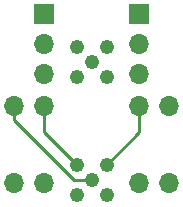
<source format=gbr>
%TF.GenerationSoftware,KiCad,Pcbnew,8.0.9-1.fc41*%
%TF.CreationDate,2025-03-19T11:34:26+02:00*%
%TF.ProjectId,FBK-3mm-Red,46424b2d-336d-46d2-9d52-65642e6b6963,rev?*%
%TF.SameCoordinates,Original*%
%TF.FileFunction,Copper,L2,Bot*%
%TF.FilePolarity,Positive*%
%FSLAX46Y46*%
G04 Gerber Fmt 4.6, Leading zero omitted, Abs format (unit mm)*
G04 Created by KiCad (PCBNEW 8.0.9-1.fc41) date 2025-03-19 11:34:26*
%MOMM*%
%LPD*%
G01*
G04 APERTURE LIST*
%TA.AperFunction,ComponentPad*%
%ADD10C,1.240000*%
%TD*%
%TA.AperFunction,ComponentPad*%
%ADD11R,1.700000X1.700000*%
%TD*%
%TA.AperFunction,ComponentPad*%
%ADD12O,1.700000X1.700000*%
%TD*%
%TA.AperFunction,Conductor*%
%ADD13C,0.250000*%
%TD*%
G04 APERTURE END LIST*
D10*
%TO.P,J-PWR-2,1,Pin_1*%
%TO.N,HV+*%
X150000000Y-105000000D03*
%TO.P,J-PWR-2,2,Pin_2*%
%TO.N,GND*%
X148730000Y-103730000D03*
X148730000Y-106270000D03*
X151270000Y-103730000D03*
X151270000Y-106270000D03*
%TD*%
D11*
%TO.P,J-SIG1,1,Pin_1*%
%TO.N,SIG*%
X154000000Y-91000000D03*
D12*
%TO.P,J-SIG1,2,Pin_2*%
%TO.N,unconnected-(J-SIG1-Pin_2-Pad2)*%
X154000000Y-93540000D03*
%TO.P,J-SIG1,3,Pin_3*%
%TO.N,GND*%
X154000000Y-96080000D03*
%TD*%
%TO.P,C1,1,+*%
%TO.N,Net-(C1-+)*%
X146000000Y-105270000D03*
%TO.P,C1,2,-*%
%TO.N,GND*%
X146000000Y-98730000D03*
%TD*%
%TO.P,R1,1,+*%
%TO.N,HV+*%
X143460000Y-98730000D03*
%TO.P,R1,2,-*%
%TO.N,Net-(C1-+)*%
X143460000Y-105270000D03*
%TD*%
D11*
%TO.P,J-PWR1,1,Pin_1*%
%TO.N,HV+*%
X146000000Y-91000000D03*
D12*
%TO.P,J-PWR1,2,Pin_2*%
%TO.N,unconnected-(J-PWR1-Pin_2-Pad2)*%
X146000000Y-93540000D03*
%TO.P,J-PWR1,3,Pin_3*%
%TO.N,GND*%
X146000000Y-96080000D03*
%TD*%
%TO.P,R2,1,+*%
%TO.N,Net-(C2-+)*%
X154000000Y-105270000D03*
%TO.P,R2,2,-*%
%TO.N,GND*%
X154000000Y-98730000D03*
%TD*%
D10*
%TO.P,J-SIG-2,1,Pin_1*%
%TO.N,SIG*%
X150000000Y-95000000D03*
%TO.P,J-SIG-2,2,Pin_2*%
%TO.N,GND*%
X148730000Y-93730000D03*
X148730000Y-96270000D03*
X151270000Y-93730000D03*
X151270000Y-96270000D03*
%TD*%
D12*
%TO.P,C2,1,+*%
%TO.N,Net-(C2-+)*%
X156540000Y-105270000D03*
%TO.P,C2,2,-*%
%TO.N,SIG*%
X156540000Y-98730000D03*
%TD*%
D13*
%TO.N,GND*%
X146000000Y-101000000D02*
X146000000Y-98730000D01*
X151270000Y-103730000D02*
X154000000Y-101000000D01*
X148730000Y-103730000D02*
X146000000Y-101000000D01*
X154000000Y-101000000D02*
X154000000Y-98730000D01*
%TO.N,HV+*%
X148527919Y-105000000D02*
X150000000Y-105000000D01*
X143460000Y-98730000D02*
X143460000Y-99932081D01*
X143460000Y-99932081D02*
X148527919Y-105000000D01*
%TD*%
M02*

</source>
